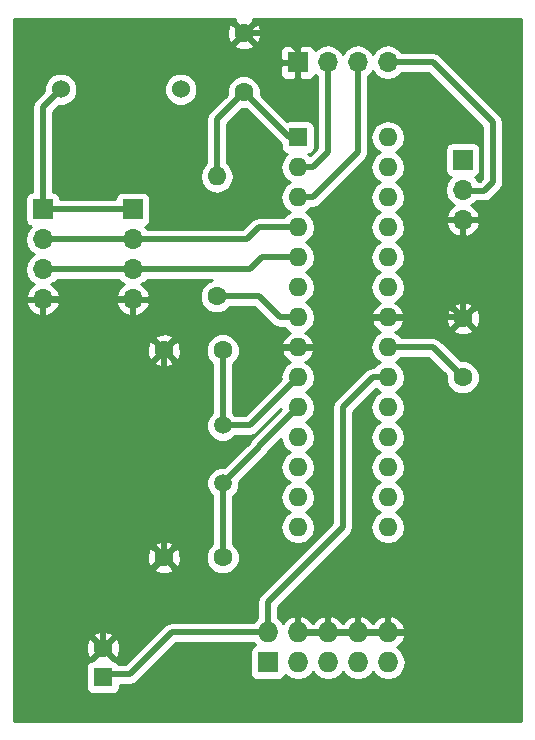
<source format=gbr>
G04 #@! TF.FileFunction,Copper,L2,Bot,Signal*
%FSLAX46Y46*%
G04 Gerber Fmt 4.6, Leading zero omitted, Abs format (unit mm)*
G04 Created by KiCad (PCBNEW 4.0.2-stable) date 15.08.2017 23:18:53*
%MOMM*%
G01*
G04 APERTURE LIST*
%ADD10C,0.100000*%
%ADD11R,1.700000X1.700000*%
%ADD12O,1.700000X1.700000*%
%ADD13R,1.600000X1.600000*%
%ADD14O,1.600000X1.600000*%
%ADD15C,1.600000*%
%ADD16C,1.524000*%
%ADD17C,1.500000*%
%ADD18R,1.727200X1.727200*%
%ADD19O,1.727200X1.727200*%
%ADD20C,0.500000*%
%ADD21C,0.254000*%
G04 APERTURE END LIST*
D10*
D11*
X64770000Y-110236000D03*
D12*
X64770000Y-112776000D03*
X64770000Y-115316000D03*
X64770000Y-117856000D03*
D13*
X78740000Y-104140000D03*
D14*
X86360000Y-137160000D03*
X78740000Y-106680000D03*
X86360000Y-134620000D03*
X78740000Y-109220000D03*
X86360000Y-132080000D03*
X78740000Y-111760000D03*
X86360000Y-129540000D03*
X78740000Y-114300000D03*
X86360000Y-127000000D03*
X78740000Y-116840000D03*
X86360000Y-124460000D03*
X78740000Y-119380000D03*
X86360000Y-121920000D03*
X78740000Y-121920000D03*
X86360000Y-119380000D03*
X78740000Y-124460000D03*
X86360000Y-116840000D03*
X78740000Y-127000000D03*
X86360000Y-114300000D03*
X78740000Y-129540000D03*
X86360000Y-111760000D03*
X78740000Y-132080000D03*
X86360000Y-109220000D03*
X78740000Y-134620000D03*
X86360000Y-106680000D03*
X78740000Y-137160000D03*
X86360000Y-104140000D03*
D15*
X71882000Y-117602000D03*
D14*
X71882000Y-107442000D03*
D16*
X58674000Y-100076000D03*
X68834000Y-100076000D03*
D17*
X72390000Y-128524000D03*
X72390000Y-133424000D03*
D15*
X74168000Y-100330000D03*
X74168000Y-95330000D03*
D18*
X76200000Y-148590000D03*
D19*
X76200000Y-146050000D03*
X78740000Y-148590000D03*
X78740000Y-146050000D03*
X81280000Y-148590000D03*
X81280000Y-146050000D03*
X83820000Y-148590000D03*
X83820000Y-146050000D03*
X86360000Y-148590000D03*
X86360000Y-146050000D03*
D15*
X92710000Y-124460000D03*
X92710000Y-119460000D03*
D13*
X62230000Y-149860000D03*
D15*
X62230000Y-147360000D03*
X72390000Y-122174000D03*
X67390000Y-122174000D03*
X72390000Y-139700000D03*
X67390000Y-139700000D03*
D11*
X78740000Y-97790000D03*
D12*
X81280000Y-97790000D03*
X83820000Y-97790000D03*
X86360000Y-97790000D03*
D11*
X57150000Y-110236000D03*
D12*
X57150000Y-112776000D03*
X57150000Y-115316000D03*
X57150000Y-117856000D03*
D11*
X92710000Y-106045000D03*
D12*
X92710000Y-108585000D03*
X92710000Y-111125000D03*
D20*
X74168000Y-95330000D02*
X77296000Y-95330000D01*
X78740000Y-96774000D02*
X78740000Y-97790000D01*
X77296000Y-95330000D02*
X78740000Y-96774000D01*
X64770000Y-117856000D02*
X64770000Y-119554000D01*
X64770000Y-119554000D02*
X67390000Y-122174000D01*
X57150000Y-117856000D02*
X64770000Y-117856000D01*
X78740000Y-121920000D02*
X76962000Y-121920000D01*
X76962000Y-121920000D02*
X74930000Y-119888000D01*
X74930000Y-119888000D02*
X69676000Y-119888000D01*
X69676000Y-119888000D02*
X67390000Y-122174000D01*
X62230000Y-147360000D02*
X62230000Y-144860000D01*
X62230000Y-144860000D02*
X67390000Y-139700000D01*
X67390000Y-122174000D02*
X67390000Y-139700000D01*
X78740000Y-96520000D02*
X78740000Y-97790000D01*
X92710000Y-119460000D02*
X92710000Y-111125000D01*
X92710000Y-111125000D02*
X94615000Y-111125000D01*
X78740000Y-96520000D02*
X80010000Y-95250000D01*
X80010000Y-95250000D02*
X90170000Y-95250000D01*
X90170000Y-95250000D02*
X96520000Y-101600000D01*
X96520000Y-101600000D02*
X96520000Y-109220000D01*
X78740000Y-97790000D02*
X78740000Y-96520000D01*
X94615000Y-111125000D02*
X96520000Y-109220000D01*
X88900000Y-146050000D02*
X90170000Y-146050000D01*
X86360000Y-146050000D02*
X88900000Y-146050000D01*
X95250000Y-122000000D02*
X92710000Y-119460000D01*
X95250000Y-140970000D02*
X95250000Y-122000000D01*
X90170000Y-146050000D02*
X95250000Y-140970000D01*
X78740000Y-146050000D02*
X81280000Y-146050000D01*
X81280000Y-146050000D02*
X83820000Y-146050000D01*
X83820000Y-146050000D02*
X86360000Y-146050000D01*
X86360000Y-119380000D02*
X92630000Y-119380000D01*
X82520000Y-121920000D02*
X78740000Y-121920000D01*
X86360000Y-119380000D02*
X85060000Y-119380000D01*
X85060000Y-119380000D02*
X82520000Y-121920000D01*
X78740000Y-119380000D02*
X77216000Y-119380000D01*
X75438000Y-117602000D02*
X71882000Y-117602000D01*
X77216000Y-119380000D02*
X75438000Y-117602000D01*
X76200000Y-146050000D02*
X68072000Y-146050000D01*
X64516000Y-149606000D02*
X62484000Y-149606000D01*
X68072000Y-146050000D02*
X64516000Y-149606000D01*
X62484000Y-149606000D02*
X62230000Y-149860000D01*
X86360000Y-124460000D02*
X85090000Y-124460000D01*
X85090000Y-124460000D02*
X82550000Y-127000000D01*
X86360000Y-97790000D02*
X90170000Y-97790000D01*
X94520000Y-108680000D02*
X92710000Y-108680000D01*
X90170000Y-97790000D02*
X95250000Y-102870000D01*
X95250000Y-102870000D02*
X95250000Y-107950000D01*
X95250000Y-107950000D02*
X94520000Y-108680000D01*
X76200000Y-143510000D02*
X76200000Y-146050000D01*
X82550000Y-137160000D02*
X76200000Y-143510000D01*
X82550000Y-127000000D02*
X82550000Y-137160000D01*
X72390000Y-128524000D02*
X74676000Y-128524000D01*
X74676000Y-128524000D02*
X78740000Y-124460000D01*
X72390000Y-128524000D02*
X72390000Y-122174000D01*
X72390000Y-139700000D02*
X72390000Y-133424000D01*
X72390000Y-133424000D02*
X75438000Y-130376000D01*
X75438000Y-130376000D02*
X75438000Y-130302000D01*
X75438000Y-130302000D02*
X78740000Y-127000000D01*
X64770000Y-112776000D02*
X74422000Y-112776000D01*
X75438000Y-111760000D02*
X78740000Y-111760000D01*
X74422000Y-112776000D02*
X75438000Y-111760000D01*
X57150000Y-112776000D02*
X64770000Y-112776000D01*
X57150000Y-115316000D02*
X64770000Y-115316000D01*
X64770000Y-115316000D02*
X74676000Y-115316000D01*
X75692000Y-114300000D02*
X78740000Y-114300000D01*
X74676000Y-115316000D02*
X75692000Y-114300000D01*
X86360000Y-121920000D02*
X90170000Y-121920000D01*
X90170000Y-121920000D02*
X92710000Y-124460000D01*
X78740000Y-106680000D02*
X80010000Y-106680000D01*
X81280000Y-105410000D02*
X81280000Y-97790000D01*
X80010000Y-106680000D02*
X81280000Y-105410000D01*
X78740000Y-109220000D02*
X80010000Y-109220000D01*
X83820000Y-105410000D02*
X83820000Y-97790000D01*
X80010000Y-109220000D02*
X83820000Y-105410000D01*
X78740000Y-104140000D02*
X77978000Y-104140000D01*
X77978000Y-104140000D02*
X74168000Y-100330000D01*
X71882000Y-107442000D02*
X71882000Y-102616000D01*
X71882000Y-102616000D02*
X74168000Y-100330000D01*
X78740000Y-103886000D02*
X78740000Y-104140000D01*
X57150000Y-110236000D02*
X57150000Y-101600000D01*
X57150000Y-101600000D02*
X58674000Y-100076000D01*
X57150000Y-110236000D02*
X64770000Y-110236000D01*
D21*
G36*
X73339861Y-94322255D02*
X74168000Y-95150395D01*
X74996139Y-94322255D01*
X74931302Y-94107000D01*
X97663000Y-94107000D01*
X97663000Y-153543000D01*
X54737000Y-153543000D01*
X54737000Y-149060000D01*
X60782560Y-149060000D01*
X60782560Y-150660000D01*
X60826838Y-150895317D01*
X60965910Y-151111441D01*
X61178110Y-151256431D01*
X61430000Y-151307440D01*
X63030000Y-151307440D01*
X63265317Y-151263162D01*
X63481441Y-151124090D01*
X63626431Y-150911890D01*
X63677440Y-150660000D01*
X63677440Y-150491000D01*
X64515995Y-150491000D01*
X64516000Y-150491001D01*
X64798484Y-150434810D01*
X64854675Y-150423633D01*
X65141790Y-150231790D01*
X68438579Y-146935000D01*
X74994260Y-146935000D01*
X75110971Y-147109670D01*
X75124642Y-147118805D01*
X75101083Y-147123238D01*
X74884959Y-147262310D01*
X74739969Y-147474510D01*
X74688960Y-147726400D01*
X74688960Y-149453600D01*
X74733238Y-149688917D01*
X74872310Y-149905041D01*
X75084510Y-150050031D01*
X75336400Y-150101040D01*
X77063600Y-150101040D01*
X77298917Y-150056762D01*
X77515041Y-149917690D01*
X77660031Y-149705490D01*
X77668908Y-149661655D01*
X78137152Y-149974526D01*
X78710641Y-150088600D01*
X78769359Y-150088600D01*
X79342848Y-149974526D01*
X79829029Y-149649670D01*
X80010000Y-149378828D01*
X80190971Y-149649670D01*
X80677152Y-149974526D01*
X81250641Y-150088600D01*
X81309359Y-150088600D01*
X81882848Y-149974526D01*
X82369029Y-149649670D01*
X82550000Y-149378828D01*
X82730971Y-149649670D01*
X83217152Y-149974526D01*
X83790641Y-150088600D01*
X83849359Y-150088600D01*
X84422848Y-149974526D01*
X84909029Y-149649670D01*
X85090000Y-149378828D01*
X85270971Y-149649670D01*
X85757152Y-149974526D01*
X86330641Y-150088600D01*
X86389359Y-150088600D01*
X86962848Y-149974526D01*
X87449029Y-149649670D01*
X87773885Y-149163489D01*
X87887959Y-148590000D01*
X87773885Y-148016511D01*
X87449029Y-147530330D01*
X87125772Y-147314336D01*
X87248490Y-147256821D01*
X87642688Y-146824947D01*
X87814958Y-146409026D01*
X87693817Y-146177000D01*
X86487000Y-146177000D01*
X86487000Y-146197000D01*
X86233000Y-146197000D01*
X86233000Y-146177000D01*
X83947000Y-146177000D01*
X83947000Y-146197000D01*
X83693000Y-146197000D01*
X83693000Y-146177000D01*
X81407000Y-146177000D01*
X81407000Y-146197000D01*
X81153000Y-146197000D01*
X81153000Y-146177000D01*
X78867000Y-146177000D01*
X78867000Y-146197000D01*
X78613000Y-146197000D01*
X78613000Y-146177000D01*
X78593000Y-146177000D01*
X78593000Y-145923000D01*
X78613000Y-145923000D01*
X78613000Y-144715531D01*
X78867000Y-144715531D01*
X78867000Y-145923000D01*
X81153000Y-145923000D01*
X81153000Y-144715531D01*
X81407000Y-144715531D01*
X81407000Y-145923000D01*
X83693000Y-145923000D01*
X83693000Y-144715531D01*
X83947000Y-144715531D01*
X83947000Y-145923000D01*
X86233000Y-145923000D01*
X86233000Y-144715531D01*
X86487000Y-144715531D01*
X86487000Y-145923000D01*
X87693817Y-145923000D01*
X87814958Y-145690974D01*
X87642688Y-145275053D01*
X87248490Y-144843179D01*
X86719027Y-144595032D01*
X86487000Y-144715531D01*
X86233000Y-144715531D01*
X86000973Y-144595032D01*
X85471510Y-144843179D01*
X85090000Y-145261152D01*
X84708490Y-144843179D01*
X84179027Y-144595032D01*
X83947000Y-144715531D01*
X83693000Y-144715531D01*
X83460973Y-144595032D01*
X82931510Y-144843179D01*
X82550000Y-145261152D01*
X82168490Y-144843179D01*
X81639027Y-144595032D01*
X81407000Y-144715531D01*
X81153000Y-144715531D01*
X80920973Y-144595032D01*
X80391510Y-144843179D01*
X80010000Y-145261152D01*
X79628490Y-144843179D01*
X79099027Y-144595032D01*
X78867000Y-144715531D01*
X78613000Y-144715531D01*
X78380973Y-144595032D01*
X77851510Y-144843179D01*
X77469992Y-145261161D01*
X77289029Y-144990330D01*
X77085000Y-144854002D01*
X77085000Y-143876580D01*
X83175787Y-137785792D01*
X83175790Y-137785790D01*
X83367633Y-137498675D01*
X83435001Y-137160000D01*
X83435000Y-137159995D01*
X83435000Y-127366580D01*
X85322999Y-125478580D01*
X85699275Y-125730000D01*
X85317189Y-125985302D01*
X85006120Y-126450849D01*
X84896887Y-127000000D01*
X85006120Y-127549151D01*
X85317189Y-128014698D01*
X85699275Y-128270000D01*
X85317189Y-128525302D01*
X85006120Y-128990849D01*
X84896887Y-129540000D01*
X85006120Y-130089151D01*
X85317189Y-130554698D01*
X85699275Y-130810000D01*
X85317189Y-131065302D01*
X85006120Y-131530849D01*
X84896887Y-132080000D01*
X85006120Y-132629151D01*
X85317189Y-133094698D01*
X85699275Y-133350000D01*
X85317189Y-133605302D01*
X85006120Y-134070849D01*
X84896887Y-134620000D01*
X85006120Y-135169151D01*
X85317189Y-135634698D01*
X85699275Y-135890000D01*
X85317189Y-136145302D01*
X85006120Y-136610849D01*
X84896887Y-137160000D01*
X85006120Y-137709151D01*
X85317189Y-138174698D01*
X85782736Y-138485767D01*
X86331887Y-138595000D01*
X86388113Y-138595000D01*
X86937264Y-138485767D01*
X87402811Y-138174698D01*
X87713880Y-137709151D01*
X87823113Y-137160000D01*
X87713880Y-136610849D01*
X87402811Y-136145302D01*
X87020725Y-135890000D01*
X87402811Y-135634698D01*
X87713880Y-135169151D01*
X87823113Y-134620000D01*
X87713880Y-134070849D01*
X87402811Y-133605302D01*
X87020725Y-133350000D01*
X87402811Y-133094698D01*
X87713880Y-132629151D01*
X87823113Y-132080000D01*
X87713880Y-131530849D01*
X87402811Y-131065302D01*
X87020725Y-130810000D01*
X87402811Y-130554698D01*
X87713880Y-130089151D01*
X87823113Y-129540000D01*
X87713880Y-128990849D01*
X87402811Y-128525302D01*
X87020725Y-128270000D01*
X87402811Y-128014698D01*
X87713880Y-127549151D01*
X87823113Y-127000000D01*
X87713880Y-126450849D01*
X87402811Y-125985302D01*
X87020725Y-125730000D01*
X87402811Y-125474698D01*
X87713880Y-125009151D01*
X87823113Y-124460000D01*
X87713880Y-123910849D01*
X87402811Y-123445302D01*
X87020725Y-123190000D01*
X87402811Y-122934698D01*
X87489473Y-122805000D01*
X89803420Y-122805000D01*
X91275160Y-124276739D01*
X91274752Y-124744187D01*
X91492757Y-125271800D01*
X91896077Y-125675824D01*
X92423309Y-125894750D01*
X92994187Y-125895248D01*
X93521800Y-125677243D01*
X93925824Y-125273923D01*
X94144750Y-124746691D01*
X94145248Y-124175813D01*
X93927243Y-123648200D01*
X93523923Y-123244176D01*
X92996691Y-123025250D01*
X92526419Y-123024840D01*
X90795790Y-121294210D01*
X90628718Y-121182577D01*
X90508675Y-121102367D01*
X90452484Y-121091190D01*
X90170000Y-121034999D01*
X90169995Y-121035000D01*
X87489473Y-121035000D01*
X87402811Y-120905302D01*
X86998297Y-120635014D01*
X87215134Y-120532389D01*
X87273693Y-120467745D01*
X91881861Y-120467745D01*
X91955995Y-120713864D01*
X92493223Y-120906965D01*
X93063454Y-120879778D01*
X93464005Y-120713864D01*
X93538139Y-120467745D01*
X92710000Y-119639605D01*
X91881861Y-120467745D01*
X87273693Y-120467745D01*
X87591041Y-120117423D01*
X87751904Y-119729039D01*
X87629915Y-119507000D01*
X86487000Y-119507000D01*
X86487000Y-119527000D01*
X86233000Y-119527000D01*
X86233000Y-119507000D01*
X85090085Y-119507000D01*
X84968096Y-119729039D01*
X85128959Y-120117423D01*
X85504866Y-120532389D01*
X85721703Y-120635014D01*
X85317189Y-120905302D01*
X85006120Y-121370849D01*
X84896887Y-121920000D01*
X85006120Y-122469151D01*
X85317189Y-122934698D01*
X85699275Y-123190000D01*
X85317189Y-123445302D01*
X85230527Y-123575000D01*
X85090000Y-123575000D01*
X84751325Y-123642367D01*
X84464210Y-123834210D01*
X84464208Y-123834213D01*
X81924210Y-126374210D01*
X81732367Y-126661325D01*
X81732367Y-126661326D01*
X81664999Y-127000000D01*
X81665000Y-127000005D01*
X81665000Y-136793421D01*
X75574210Y-142884210D01*
X75382367Y-143171325D01*
X75382367Y-143171326D01*
X75314999Y-143510000D01*
X75315000Y-143510005D01*
X75315000Y-144854002D01*
X75110971Y-144990330D01*
X74994260Y-145165000D01*
X68072000Y-145165000D01*
X67733325Y-145232367D01*
X67446210Y-145424210D01*
X67446208Y-145424213D01*
X64149420Y-148721000D01*
X63566444Y-148721000D01*
X63494090Y-148608559D01*
X63281890Y-148463569D01*
X63043799Y-148415354D01*
X63058139Y-148367745D01*
X62230000Y-147539605D01*
X61401861Y-148367745D01*
X61416145Y-148415167D01*
X61194683Y-148456838D01*
X60978559Y-148595910D01*
X60833569Y-148808110D01*
X60782560Y-149060000D01*
X54737000Y-149060000D01*
X54737000Y-147143223D01*
X60783035Y-147143223D01*
X60810222Y-147713454D01*
X60976136Y-148114005D01*
X61222255Y-148188139D01*
X62050395Y-147360000D01*
X62409605Y-147360000D01*
X63237745Y-148188139D01*
X63483864Y-148114005D01*
X63676965Y-147576777D01*
X63649778Y-147006546D01*
X63483864Y-146605995D01*
X63237745Y-146531861D01*
X62409605Y-147360000D01*
X62050395Y-147360000D01*
X61222255Y-146531861D01*
X60976136Y-146605995D01*
X60783035Y-147143223D01*
X54737000Y-147143223D01*
X54737000Y-146352255D01*
X61401861Y-146352255D01*
X62230000Y-147180395D01*
X63058139Y-146352255D01*
X62984005Y-146106136D01*
X62446777Y-145913035D01*
X61876546Y-145940222D01*
X61475995Y-146106136D01*
X61401861Y-146352255D01*
X54737000Y-146352255D01*
X54737000Y-140707745D01*
X66561861Y-140707745D01*
X66635995Y-140953864D01*
X67173223Y-141146965D01*
X67743454Y-141119778D01*
X68144005Y-140953864D01*
X68218139Y-140707745D01*
X67390000Y-139879605D01*
X66561861Y-140707745D01*
X54737000Y-140707745D01*
X54737000Y-139483223D01*
X65943035Y-139483223D01*
X65970222Y-140053454D01*
X66136136Y-140454005D01*
X66382255Y-140528139D01*
X67210395Y-139700000D01*
X67569605Y-139700000D01*
X68397745Y-140528139D01*
X68643864Y-140454005D01*
X68836965Y-139916777D01*
X68809778Y-139346546D01*
X68643864Y-138945995D01*
X68397745Y-138871861D01*
X67569605Y-139700000D01*
X67210395Y-139700000D01*
X66382255Y-138871861D01*
X66136136Y-138945995D01*
X65943035Y-139483223D01*
X54737000Y-139483223D01*
X54737000Y-138692255D01*
X66561861Y-138692255D01*
X67390000Y-139520395D01*
X68218139Y-138692255D01*
X68144005Y-138446136D01*
X67606777Y-138253035D01*
X67036546Y-138280222D01*
X66635995Y-138446136D01*
X66561861Y-138692255D01*
X54737000Y-138692255D01*
X54737000Y-123181745D01*
X66561861Y-123181745D01*
X66635995Y-123427864D01*
X67173223Y-123620965D01*
X67743454Y-123593778D01*
X68144005Y-123427864D01*
X68218139Y-123181745D01*
X67390000Y-122353605D01*
X66561861Y-123181745D01*
X54737000Y-123181745D01*
X54737000Y-121957223D01*
X65943035Y-121957223D01*
X65970222Y-122527454D01*
X66136136Y-122928005D01*
X66382255Y-123002139D01*
X67210395Y-122174000D01*
X67569605Y-122174000D01*
X68397745Y-123002139D01*
X68643864Y-122928005D01*
X68812735Y-122458187D01*
X70954752Y-122458187D01*
X71172757Y-122985800D01*
X71505000Y-123318623D01*
X71505000Y-127450477D01*
X71216539Y-127738436D01*
X71005241Y-128247298D01*
X71004760Y-128798285D01*
X71215169Y-129307515D01*
X71604436Y-129697461D01*
X72113298Y-129908759D01*
X72664285Y-129909240D01*
X73173515Y-129698831D01*
X73463852Y-129409000D01*
X74675995Y-129409000D01*
X74676000Y-129409001D01*
X74958484Y-129352810D01*
X75014675Y-129341633D01*
X75301790Y-129149790D01*
X77305870Y-127145709D01*
X77311983Y-127176438D01*
X74812210Y-129676210D01*
X74663199Y-129899222D01*
X72523304Y-132039116D01*
X72115715Y-132038760D01*
X71606485Y-132249169D01*
X71216539Y-132638436D01*
X71005241Y-133147298D01*
X71004760Y-133698285D01*
X71215169Y-134207515D01*
X71505000Y-134497852D01*
X71505000Y-138555829D01*
X71174176Y-138886077D01*
X70955250Y-139413309D01*
X70954752Y-139984187D01*
X71172757Y-140511800D01*
X71576077Y-140915824D01*
X72103309Y-141134750D01*
X72674187Y-141135248D01*
X73201800Y-140917243D01*
X73605824Y-140513923D01*
X73824750Y-139986691D01*
X73825248Y-139415813D01*
X73607243Y-138888200D01*
X73275000Y-138555377D01*
X73275000Y-134497523D01*
X73563461Y-134209564D01*
X73774759Y-133700702D01*
X73775117Y-133290463D01*
X76063787Y-131001792D01*
X76063790Y-131001790D01*
X76212799Y-130778781D01*
X77305870Y-129685709D01*
X77386120Y-130089151D01*
X77697189Y-130554698D01*
X78079275Y-130810000D01*
X77697189Y-131065302D01*
X77386120Y-131530849D01*
X77276887Y-132080000D01*
X77386120Y-132629151D01*
X77697189Y-133094698D01*
X78079275Y-133350000D01*
X77697189Y-133605302D01*
X77386120Y-134070849D01*
X77276887Y-134620000D01*
X77386120Y-135169151D01*
X77697189Y-135634698D01*
X78079275Y-135890000D01*
X77697189Y-136145302D01*
X77386120Y-136610849D01*
X77276887Y-137160000D01*
X77386120Y-137709151D01*
X77697189Y-138174698D01*
X78162736Y-138485767D01*
X78711887Y-138595000D01*
X78768113Y-138595000D01*
X79317264Y-138485767D01*
X79782811Y-138174698D01*
X80093880Y-137709151D01*
X80203113Y-137160000D01*
X80093880Y-136610849D01*
X79782811Y-136145302D01*
X79400725Y-135890000D01*
X79782811Y-135634698D01*
X80093880Y-135169151D01*
X80203113Y-134620000D01*
X80093880Y-134070849D01*
X79782811Y-133605302D01*
X79400725Y-133350000D01*
X79782811Y-133094698D01*
X80093880Y-132629151D01*
X80203113Y-132080000D01*
X80093880Y-131530849D01*
X79782811Y-131065302D01*
X79400725Y-130810000D01*
X79782811Y-130554698D01*
X80093880Y-130089151D01*
X80203113Y-129540000D01*
X80093880Y-128990849D01*
X79782811Y-128525302D01*
X79400725Y-128270000D01*
X79782811Y-128014698D01*
X80093880Y-127549151D01*
X80203113Y-127000000D01*
X80093880Y-126450849D01*
X79782811Y-125985302D01*
X79400725Y-125730000D01*
X79782811Y-125474698D01*
X80093880Y-125009151D01*
X80203113Y-124460000D01*
X80093880Y-123910849D01*
X79782811Y-123445302D01*
X79378297Y-123175014D01*
X79595134Y-123072389D01*
X79971041Y-122657423D01*
X80131904Y-122269039D01*
X80009915Y-122047000D01*
X78867000Y-122047000D01*
X78867000Y-122067000D01*
X78613000Y-122067000D01*
X78613000Y-122047000D01*
X77470085Y-122047000D01*
X77348096Y-122269039D01*
X77508959Y-122657423D01*
X77884866Y-123072389D01*
X78101703Y-123175014D01*
X77697189Y-123445302D01*
X77386120Y-123910849D01*
X77276887Y-124460000D01*
X77311983Y-124636438D01*
X74309420Y-127639000D01*
X73463523Y-127639000D01*
X73275000Y-127450148D01*
X73275000Y-123318171D01*
X73605824Y-122987923D01*
X73824750Y-122460691D01*
X73825248Y-121889813D01*
X73607243Y-121362200D01*
X73203923Y-120958176D01*
X72676691Y-120739250D01*
X72105813Y-120738752D01*
X71578200Y-120956757D01*
X71174176Y-121360077D01*
X70955250Y-121887309D01*
X70954752Y-122458187D01*
X68812735Y-122458187D01*
X68836965Y-122390777D01*
X68809778Y-121820546D01*
X68643864Y-121419995D01*
X68397745Y-121345861D01*
X67569605Y-122174000D01*
X67210395Y-122174000D01*
X66382255Y-121345861D01*
X66136136Y-121419995D01*
X65943035Y-121957223D01*
X54737000Y-121957223D01*
X54737000Y-121166255D01*
X66561861Y-121166255D01*
X67390000Y-121994395D01*
X68218139Y-121166255D01*
X68144005Y-120920136D01*
X67606777Y-120727035D01*
X67036546Y-120754222D01*
X66635995Y-120920136D01*
X66561861Y-121166255D01*
X54737000Y-121166255D01*
X54737000Y-118212890D01*
X55708524Y-118212890D01*
X55878355Y-118622924D01*
X56268642Y-119051183D01*
X56793108Y-119297486D01*
X57023000Y-119176819D01*
X57023000Y-117983000D01*
X57277000Y-117983000D01*
X57277000Y-119176819D01*
X57506892Y-119297486D01*
X58031358Y-119051183D01*
X58421645Y-118622924D01*
X58591476Y-118212890D01*
X63328524Y-118212890D01*
X63498355Y-118622924D01*
X63888642Y-119051183D01*
X64413108Y-119297486D01*
X64643000Y-119176819D01*
X64643000Y-117983000D01*
X64897000Y-117983000D01*
X64897000Y-119176819D01*
X65126892Y-119297486D01*
X65651358Y-119051183D01*
X66041645Y-118622924D01*
X66211476Y-118212890D01*
X66090155Y-117983000D01*
X64897000Y-117983000D01*
X64643000Y-117983000D01*
X63449845Y-117983000D01*
X63328524Y-118212890D01*
X58591476Y-118212890D01*
X58470155Y-117983000D01*
X57277000Y-117983000D01*
X57023000Y-117983000D01*
X55829845Y-117983000D01*
X55708524Y-118212890D01*
X54737000Y-118212890D01*
X54737000Y-112776000D01*
X55635907Y-112776000D01*
X55748946Y-113344285D01*
X56070853Y-113826054D01*
X56400026Y-114046000D01*
X56070853Y-114265946D01*
X55748946Y-114747715D01*
X55635907Y-115316000D01*
X55748946Y-115884285D01*
X56070853Y-116366054D01*
X56411553Y-116593702D01*
X56268642Y-116660817D01*
X55878355Y-117089076D01*
X55708524Y-117499110D01*
X55829845Y-117729000D01*
X57023000Y-117729000D01*
X57023000Y-117709000D01*
X57277000Y-117709000D01*
X57277000Y-117729000D01*
X58470155Y-117729000D01*
X58591476Y-117499110D01*
X58421645Y-117089076D01*
X58031358Y-116660817D01*
X57888447Y-116593702D01*
X58229147Y-116366054D01*
X58339432Y-116201000D01*
X63580568Y-116201000D01*
X63690853Y-116366054D01*
X64031553Y-116593702D01*
X63888642Y-116660817D01*
X63498355Y-117089076D01*
X63328524Y-117499110D01*
X63449845Y-117729000D01*
X64643000Y-117729000D01*
X64643000Y-117709000D01*
X64897000Y-117709000D01*
X64897000Y-117729000D01*
X66090155Y-117729000D01*
X66211476Y-117499110D01*
X66041645Y-117089076D01*
X65651358Y-116660817D01*
X65508447Y-116593702D01*
X65849147Y-116366054D01*
X65959432Y-116201000D01*
X71514926Y-116201000D01*
X71070200Y-116384757D01*
X70666176Y-116788077D01*
X70447250Y-117315309D01*
X70446752Y-117886187D01*
X70664757Y-118413800D01*
X71068077Y-118817824D01*
X71595309Y-119036750D01*
X72166187Y-119037248D01*
X72693800Y-118819243D01*
X73026623Y-118487000D01*
X75071420Y-118487000D01*
X76590208Y-120005787D01*
X76590210Y-120005790D01*
X76877325Y-120197633D01*
X76933516Y-120208810D01*
X77216000Y-120265001D01*
X77216005Y-120265000D01*
X77610527Y-120265000D01*
X77697189Y-120394698D01*
X78101703Y-120664986D01*
X77884866Y-120767611D01*
X77508959Y-121182577D01*
X77348096Y-121570961D01*
X77470085Y-121793000D01*
X78613000Y-121793000D01*
X78613000Y-121773000D01*
X78867000Y-121773000D01*
X78867000Y-121793000D01*
X80009915Y-121793000D01*
X80131904Y-121570961D01*
X79971041Y-121182577D01*
X79595134Y-120767611D01*
X79378297Y-120664986D01*
X79782811Y-120394698D01*
X80093880Y-119929151D01*
X80203113Y-119380000D01*
X80093880Y-118830849D01*
X79782811Y-118365302D01*
X79400725Y-118110000D01*
X79782811Y-117854698D01*
X80093880Y-117389151D01*
X80203113Y-116840000D01*
X80093880Y-116290849D01*
X79782811Y-115825302D01*
X79400725Y-115570000D01*
X79782811Y-115314698D01*
X80093880Y-114849151D01*
X80203113Y-114300000D01*
X80093880Y-113750849D01*
X79782811Y-113285302D01*
X79400725Y-113030000D01*
X79782811Y-112774698D01*
X80093880Y-112309151D01*
X80203113Y-111760000D01*
X80093880Y-111210849D01*
X79782811Y-110745302D01*
X79400725Y-110490000D01*
X79782811Y-110234698D01*
X79869473Y-110105000D01*
X80009995Y-110105000D01*
X80010000Y-110105001D01*
X80292484Y-110048810D01*
X80348675Y-110037633D01*
X80635790Y-109845790D01*
X84445787Y-106035792D01*
X84445790Y-106035790D01*
X84637633Y-105748675D01*
X84669705Y-105587440D01*
X84705001Y-105410000D01*
X84705000Y-105409995D01*
X84705000Y-104140000D01*
X84896887Y-104140000D01*
X85006120Y-104689151D01*
X85317189Y-105154698D01*
X85699275Y-105410000D01*
X85317189Y-105665302D01*
X85006120Y-106130849D01*
X84896887Y-106680000D01*
X85006120Y-107229151D01*
X85317189Y-107694698D01*
X85699275Y-107950000D01*
X85317189Y-108205302D01*
X85006120Y-108670849D01*
X84896887Y-109220000D01*
X85006120Y-109769151D01*
X85317189Y-110234698D01*
X85699275Y-110490000D01*
X85317189Y-110745302D01*
X85006120Y-111210849D01*
X84896887Y-111760000D01*
X85006120Y-112309151D01*
X85317189Y-112774698D01*
X85699275Y-113030000D01*
X85317189Y-113285302D01*
X85006120Y-113750849D01*
X84896887Y-114300000D01*
X85006120Y-114849151D01*
X85317189Y-115314698D01*
X85699275Y-115570000D01*
X85317189Y-115825302D01*
X85006120Y-116290849D01*
X84896887Y-116840000D01*
X85006120Y-117389151D01*
X85317189Y-117854698D01*
X85721703Y-118124986D01*
X85504866Y-118227611D01*
X85128959Y-118642577D01*
X84968096Y-119030961D01*
X85090085Y-119253000D01*
X86233000Y-119253000D01*
X86233000Y-119233000D01*
X86487000Y-119233000D01*
X86487000Y-119253000D01*
X87629915Y-119253000D01*
X87635286Y-119243223D01*
X91263035Y-119243223D01*
X91290222Y-119813454D01*
X91456136Y-120214005D01*
X91702255Y-120288139D01*
X92530395Y-119460000D01*
X92889605Y-119460000D01*
X93717745Y-120288139D01*
X93963864Y-120214005D01*
X94156965Y-119676777D01*
X94129778Y-119106546D01*
X93963864Y-118705995D01*
X93717745Y-118631861D01*
X92889605Y-119460000D01*
X92530395Y-119460000D01*
X91702255Y-118631861D01*
X91456136Y-118705995D01*
X91263035Y-119243223D01*
X87635286Y-119243223D01*
X87751904Y-119030961D01*
X87591041Y-118642577D01*
X87418634Y-118452255D01*
X91881861Y-118452255D01*
X92710000Y-119280395D01*
X93538139Y-118452255D01*
X93464005Y-118206136D01*
X92926777Y-118013035D01*
X92356546Y-118040222D01*
X91955995Y-118206136D01*
X91881861Y-118452255D01*
X87418634Y-118452255D01*
X87215134Y-118227611D01*
X86998297Y-118124986D01*
X87402811Y-117854698D01*
X87713880Y-117389151D01*
X87823113Y-116840000D01*
X87713880Y-116290849D01*
X87402811Y-115825302D01*
X87020725Y-115570000D01*
X87402811Y-115314698D01*
X87713880Y-114849151D01*
X87823113Y-114300000D01*
X87713880Y-113750849D01*
X87402811Y-113285302D01*
X87020725Y-113030000D01*
X87402811Y-112774698D01*
X87713880Y-112309151D01*
X87823113Y-111760000D01*
X87767794Y-111481890D01*
X91268524Y-111481890D01*
X91438355Y-111891924D01*
X91828642Y-112320183D01*
X92353108Y-112566486D01*
X92583000Y-112445819D01*
X92583000Y-111252000D01*
X92837000Y-111252000D01*
X92837000Y-112445819D01*
X93066892Y-112566486D01*
X93591358Y-112320183D01*
X93981645Y-111891924D01*
X94151476Y-111481890D01*
X94030155Y-111252000D01*
X92837000Y-111252000D01*
X92583000Y-111252000D01*
X91389845Y-111252000D01*
X91268524Y-111481890D01*
X87767794Y-111481890D01*
X87713880Y-111210849D01*
X87402811Y-110745302D01*
X87020725Y-110490000D01*
X87402811Y-110234698D01*
X87713880Y-109769151D01*
X87823113Y-109220000D01*
X87713880Y-108670849D01*
X87402811Y-108205302D01*
X87020725Y-107950000D01*
X87402811Y-107694698D01*
X87713880Y-107229151D01*
X87823113Y-106680000D01*
X87713880Y-106130849D01*
X87402811Y-105665302D01*
X87020725Y-105410000D01*
X87402811Y-105154698D01*
X87713880Y-104689151D01*
X87823113Y-104140000D01*
X87713880Y-103590849D01*
X87402811Y-103125302D01*
X86937264Y-102814233D01*
X86388113Y-102705000D01*
X86331887Y-102705000D01*
X85782736Y-102814233D01*
X85317189Y-103125302D01*
X85006120Y-103590849D01*
X84896887Y-104140000D01*
X84705000Y-104140000D01*
X84705000Y-98979432D01*
X84870054Y-98869147D01*
X85090000Y-98539974D01*
X85309946Y-98869147D01*
X85791715Y-99191054D01*
X86360000Y-99304093D01*
X86928285Y-99191054D01*
X87410054Y-98869147D01*
X87539779Y-98675000D01*
X89803420Y-98675000D01*
X94365000Y-103236579D01*
X94365000Y-107583421D01*
X94153420Y-107795000D01*
X93962909Y-107795000D01*
X93789147Y-107534946D01*
X93747548Y-107507150D01*
X93795317Y-107498162D01*
X94011441Y-107359090D01*
X94156431Y-107146890D01*
X94207440Y-106895000D01*
X94207440Y-105195000D01*
X94163162Y-104959683D01*
X94024090Y-104743559D01*
X93811890Y-104598569D01*
X93560000Y-104547560D01*
X91860000Y-104547560D01*
X91624683Y-104591838D01*
X91408559Y-104730910D01*
X91263569Y-104943110D01*
X91212560Y-105195000D01*
X91212560Y-106895000D01*
X91256838Y-107130317D01*
X91395910Y-107346441D01*
X91608110Y-107491431D01*
X91675541Y-107505086D01*
X91630853Y-107534946D01*
X91308946Y-108016715D01*
X91195907Y-108585000D01*
X91308946Y-109153285D01*
X91630853Y-109635054D01*
X91971553Y-109862702D01*
X91828642Y-109929817D01*
X91438355Y-110358076D01*
X91268524Y-110768110D01*
X91389845Y-110998000D01*
X92583000Y-110998000D01*
X92583000Y-110978000D01*
X92837000Y-110978000D01*
X92837000Y-110998000D01*
X94030155Y-110998000D01*
X94151476Y-110768110D01*
X93981645Y-110358076D01*
X93591358Y-109929817D01*
X93448447Y-109862702D01*
X93789147Y-109635054D01*
X93835955Y-109565000D01*
X94519995Y-109565000D01*
X94520000Y-109565001D01*
X94802484Y-109508810D01*
X94858675Y-109497633D01*
X95145790Y-109305790D01*
X95875787Y-108575792D01*
X95875790Y-108575790D01*
X96067633Y-108288675D01*
X96084217Y-108205302D01*
X96135001Y-107950000D01*
X96135000Y-107949995D01*
X96135000Y-102870005D01*
X96135001Y-102870000D01*
X96067633Y-102531326D01*
X96067633Y-102531325D01*
X95875790Y-102244210D01*
X95875787Y-102244208D01*
X90795790Y-97164210D01*
X90508675Y-96972367D01*
X90452484Y-96961190D01*
X90170000Y-96904999D01*
X90169995Y-96905000D01*
X87539779Y-96905000D01*
X87410054Y-96710853D01*
X86928285Y-96388946D01*
X86360000Y-96275907D01*
X85791715Y-96388946D01*
X85309946Y-96710853D01*
X85090000Y-97040026D01*
X84870054Y-96710853D01*
X84388285Y-96388946D01*
X83820000Y-96275907D01*
X83251715Y-96388946D01*
X82769946Y-96710853D01*
X82550000Y-97040026D01*
X82330054Y-96710853D01*
X81848285Y-96388946D01*
X81280000Y-96275907D01*
X80711715Y-96388946D01*
X80229946Y-96710853D01*
X80200597Y-96754777D01*
X80128327Y-96580302D01*
X79949699Y-96401673D01*
X79716310Y-96305000D01*
X79025750Y-96305000D01*
X78867000Y-96463750D01*
X78867000Y-97663000D01*
X78887000Y-97663000D01*
X78887000Y-97917000D01*
X78867000Y-97917000D01*
X78867000Y-99116250D01*
X79025750Y-99275000D01*
X79716310Y-99275000D01*
X79949699Y-99178327D01*
X80128327Y-98999698D01*
X80200597Y-98825223D01*
X80229946Y-98869147D01*
X80395000Y-98979432D01*
X80395000Y-105043421D01*
X79777001Y-105661420D01*
X79638535Y-105568899D01*
X79775317Y-105543162D01*
X79991441Y-105404090D01*
X80136431Y-105191890D01*
X80187440Y-104940000D01*
X80187440Y-103340000D01*
X80143162Y-103104683D01*
X80004090Y-102888559D01*
X79791890Y-102743569D01*
X79540000Y-102692560D01*
X77940000Y-102692560D01*
X77807139Y-102717560D01*
X75602840Y-100513260D01*
X75603248Y-100045813D01*
X75385243Y-99518200D01*
X74981923Y-99114176D01*
X74454691Y-98895250D01*
X73883813Y-98894752D01*
X73356200Y-99112757D01*
X72952176Y-99516077D01*
X72733250Y-100043309D01*
X72732840Y-100513581D01*
X71256210Y-101990210D01*
X71064367Y-102277325D01*
X71064367Y-102277326D01*
X70996999Y-102616000D01*
X70997000Y-102616005D01*
X70997000Y-106312527D01*
X70867302Y-106399189D01*
X70556233Y-106864736D01*
X70447000Y-107413887D01*
X70447000Y-107470113D01*
X70556233Y-108019264D01*
X70867302Y-108484811D01*
X71332849Y-108795880D01*
X71882000Y-108905113D01*
X72431151Y-108795880D01*
X72896698Y-108484811D01*
X73207767Y-108019264D01*
X73317000Y-107470113D01*
X73317000Y-107413887D01*
X73207767Y-106864736D01*
X72896698Y-106399189D01*
X72767000Y-106312527D01*
X72767000Y-102982580D01*
X73984739Y-101764840D01*
X74351580Y-101765160D01*
X77292560Y-104706139D01*
X77292560Y-104940000D01*
X77336838Y-105175317D01*
X77475910Y-105391441D01*
X77688110Y-105536431D01*
X77843089Y-105567815D01*
X77697189Y-105665302D01*
X77386120Y-106130849D01*
X77276887Y-106680000D01*
X77386120Y-107229151D01*
X77697189Y-107694698D01*
X78079275Y-107950000D01*
X77697189Y-108205302D01*
X77386120Y-108670849D01*
X77276887Y-109220000D01*
X77386120Y-109769151D01*
X77697189Y-110234698D01*
X78079275Y-110490000D01*
X77697189Y-110745302D01*
X77610527Y-110875000D01*
X75438005Y-110875000D01*
X75438000Y-110874999D01*
X75155516Y-110931190D01*
X75099325Y-110942367D01*
X74812210Y-111134210D01*
X74812208Y-111134213D01*
X74055420Y-111891000D01*
X65959432Y-111891000D01*
X65849147Y-111725946D01*
X65807548Y-111698150D01*
X65855317Y-111689162D01*
X66071441Y-111550090D01*
X66216431Y-111337890D01*
X66267440Y-111086000D01*
X66267440Y-109386000D01*
X66223162Y-109150683D01*
X66084090Y-108934559D01*
X65871890Y-108789569D01*
X65620000Y-108738560D01*
X63920000Y-108738560D01*
X63684683Y-108782838D01*
X63468559Y-108921910D01*
X63323569Y-109134110D01*
X63279648Y-109351000D01*
X58640854Y-109351000D01*
X58603162Y-109150683D01*
X58464090Y-108934559D01*
X58251890Y-108789569D01*
X58035000Y-108745648D01*
X58035000Y-101966580D01*
X58528706Y-101472874D01*
X58950661Y-101473242D01*
X59464303Y-101261010D01*
X59857629Y-100868370D01*
X60070757Y-100355100D01*
X60070759Y-100352661D01*
X67436758Y-100352661D01*
X67648990Y-100866303D01*
X68041630Y-101259629D01*
X68554900Y-101472757D01*
X69110661Y-101473242D01*
X69624303Y-101261010D01*
X70017629Y-100868370D01*
X70230757Y-100355100D01*
X70231242Y-99799339D01*
X70019010Y-99285697D01*
X69626370Y-98892371D01*
X69113100Y-98679243D01*
X68557339Y-98678758D01*
X68043697Y-98890990D01*
X67650371Y-99283630D01*
X67437243Y-99796900D01*
X67436758Y-100352661D01*
X60070759Y-100352661D01*
X60071242Y-99799339D01*
X59859010Y-99285697D01*
X59466370Y-98892371D01*
X58953100Y-98679243D01*
X58397339Y-98678758D01*
X57883697Y-98890990D01*
X57490371Y-99283630D01*
X57277243Y-99796900D01*
X57276872Y-100221548D01*
X56524210Y-100974210D01*
X56332367Y-101261325D01*
X56332367Y-101261326D01*
X56264999Y-101600000D01*
X56265000Y-101600005D01*
X56265000Y-108745146D01*
X56064683Y-108782838D01*
X55848559Y-108921910D01*
X55703569Y-109134110D01*
X55652560Y-109386000D01*
X55652560Y-111086000D01*
X55696838Y-111321317D01*
X55835910Y-111537441D01*
X56048110Y-111682431D01*
X56115541Y-111696086D01*
X56070853Y-111725946D01*
X55748946Y-112207715D01*
X55635907Y-112776000D01*
X54737000Y-112776000D01*
X54737000Y-98075750D01*
X77255000Y-98075750D01*
X77255000Y-98766309D01*
X77351673Y-98999698D01*
X77530301Y-99178327D01*
X77763690Y-99275000D01*
X78454250Y-99275000D01*
X78613000Y-99116250D01*
X78613000Y-97917000D01*
X77413750Y-97917000D01*
X77255000Y-98075750D01*
X54737000Y-98075750D01*
X54737000Y-96813691D01*
X77255000Y-96813691D01*
X77255000Y-97504250D01*
X77413750Y-97663000D01*
X78613000Y-97663000D01*
X78613000Y-96463750D01*
X78454250Y-96305000D01*
X77763690Y-96305000D01*
X77530301Y-96401673D01*
X77351673Y-96580302D01*
X77255000Y-96813691D01*
X54737000Y-96813691D01*
X54737000Y-96337745D01*
X73339861Y-96337745D01*
X73413995Y-96583864D01*
X73951223Y-96776965D01*
X74521454Y-96749778D01*
X74922005Y-96583864D01*
X74996139Y-96337745D01*
X74168000Y-95509605D01*
X73339861Y-96337745D01*
X54737000Y-96337745D01*
X54737000Y-95113223D01*
X72721035Y-95113223D01*
X72748222Y-95683454D01*
X72914136Y-96084005D01*
X73160255Y-96158139D01*
X73988395Y-95330000D01*
X74347605Y-95330000D01*
X75175745Y-96158139D01*
X75421864Y-96084005D01*
X75614965Y-95546777D01*
X75587778Y-94976546D01*
X75421864Y-94575995D01*
X75175745Y-94501861D01*
X74347605Y-95330000D01*
X73988395Y-95330000D01*
X73160255Y-94501861D01*
X72914136Y-94575995D01*
X72721035Y-95113223D01*
X54737000Y-95113223D01*
X54737000Y-94107000D01*
X73404698Y-94107000D01*
X73339861Y-94322255D01*
X73339861Y-94322255D01*
G37*
X73339861Y-94322255D02*
X74168000Y-95150395D01*
X74996139Y-94322255D01*
X74931302Y-94107000D01*
X97663000Y-94107000D01*
X97663000Y-153543000D01*
X54737000Y-153543000D01*
X54737000Y-149060000D01*
X60782560Y-149060000D01*
X60782560Y-150660000D01*
X60826838Y-150895317D01*
X60965910Y-151111441D01*
X61178110Y-151256431D01*
X61430000Y-151307440D01*
X63030000Y-151307440D01*
X63265317Y-151263162D01*
X63481441Y-151124090D01*
X63626431Y-150911890D01*
X63677440Y-150660000D01*
X63677440Y-150491000D01*
X64515995Y-150491000D01*
X64516000Y-150491001D01*
X64798484Y-150434810D01*
X64854675Y-150423633D01*
X65141790Y-150231790D01*
X68438579Y-146935000D01*
X74994260Y-146935000D01*
X75110971Y-147109670D01*
X75124642Y-147118805D01*
X75101083Y-147123238D01*
X74884959Y-147262310D01*
X74739969Y-147474510D01*
X74688960Y-147726400D01*
X74688960Y-149453600D01*
X74733238Y-149688917D01*
X74872310Y-149905041D01*
X75084510Y-150050031D01*
X75336400Y-150101040D01*
X77063600Y-150101040D01*
X77298917Y-150056762D01*
X77515041Y-149917690D01*
X77660031Y-149705490D01*
X77668908Y-149661655D01*
X78137152Y-149974526D01*
X78710641Y-150088600D01*
X78769359Y-150088600D01*
X79342848Y-149974526D01*
X79829029Y-149649670D01*
X80010000Y-149378828D01*
X80190971Y-149649670D01*
X80677152Y-149974526D01*
X81250641Y-150088600D01*
X81309359Y-150088600D01*
X81882848Y-149974526D01*
X82369029Y-149649670D01*
X82550000Y-149378828D01*
X82730971Y-149649670D01*
X83217152Y-149974526D01*
X83790641Y-150088600D01*
X83849359Y-150088600D01*
X84422848Y-149974526D01*
X84909029Y-149649670D01*
X85090000Y-149378828D01*
X85270971Y-149649670D01*
X85757152Y-149974526D01*
X86330641Y-150088600D01*
X86389359Y-150088600D01*
X86962848Y-149974526D01*
X87449029Y-149649670D01*
X87773885Y-149163489D01*
X87887959Y-148590000D01*
X87773885Y-148016511D01*
X87449029Y-147530330D01*
X87125772Y-147314336D01*
X87248490Y-147256821D01*
X87642688Y-146824947D01*
X87814958Y-146409026D01*
X87693817Y-146177000D01*
X86487000Y-146177000D01*
X86487000Y-146197000D01*
X86233000Y-146197000D01*
X86233000Y-146177000D01*
X83947000Y-146177000D01*
X83947000Y-146197000D01*
X83693000Y-146197000D01*
X83693000Y-146177000D01*
X81407000Y-146177000D01*
X81407000Y-146197000D01*
X81153000Y-146197000D01*
X81153000Y-146177000D01*
X78867000Y-146177000D01*
X78867000Y-146197000D01*
X78613000Y-146197000D01*
X78613000Y-146177000D01*
X78593000Y-146177000D01*
X78593000Y-145923000D01*
X78613000Y-145923000D01*
X78613000Y-144715531D01*
X78867000Y-144715531D01*
X78867000Y-145923000D01*
X81153000Y-145923000D01*
X81153000Y-144715531D01*
X81407000Y-144715531D01*
X81407000Y-145923000D01*
X83693000Y-145923000D01*
X83693000Y-144715531D01*
X83947000Y-144715531D01*
X83947000Y-145923000D01*
X86233000Y-145923000D01*
X86233000Y-144715531D01*
X86487000Y-144715531D01*
X86487000Y-145923000D01*
X87693817Y-145923000D01*
X87814958Y-145690974D01*
X87642688Y-145275053D01*
X87248490Y-144843179D01*
X86719027Y-144595032D01*
X86487000Y-144715531D01*
X86233000Y-144715531D01*
X86000973Y-144595032D01*
X85471510Y-144843179D01*
X85090000Y-145261152D01*
X84708490Y-144843179D01*
X84179027Y-144595032D01*
X83947000Y-144715531D01*
X83693000Y-144715531D01*
X83460973Y-144595032D01*
X82931510Y-144843179D01*
X82550000Y-145261152D01*
X82168490Y-144843179D01*
X81639027Y-144595032D01*
X81407000Y-144715531D01*
X81153000Y-144715531D01*
X80920973Y-144595032D01*
X80391510Y-144843179D01*
X80010000Y-145261152D01*
X79628490Y-144843179D01*
X79099027Y-144595032D01*
X78867000Y-144715531D01*
X78613000Y-144715531D01*
X78380973Y-144595032D01*
X77851510Y-144843179D01*
X77469992Y-145261161D01*
X77289029Y-144990330D01*
X77085000Y-144854002D01*
X77085000Y-143876580D01*
X83175787Y-137785792D01*
X83175790Y-137785790D01*
X83367633Y-137498675D01*
X83435001Y-137160000D01*
X83435000Y-137159995D01*
X83435000Y-127366580D01*
X85322999Y-125478580D01*
X85699275Y-125730000D01*
X85317189Y-125985302D01*
X85006120Y-126450849D01*
X84896887Y-127000000D01*
X85006120Y-127549151D01*
X85317189Y-128014698D01*
X85699275Y-128270000D01*
X85317189Y-128525302D01*
X85006120Y-128990849D01*
X84896887Y-129540000D01*
X85006120Y-130089151D01*
X85317189Y-130554698D01*
X85699275Y-130810000D01*
X85317189Y-131065302D01*
X85006120Y-131530849D01*
X84896887Y-132080000D01*
X85006120Y-132629151D01*
X85317189Y-133094698D01*
X85699275Y-133350000D01*
X85317189Y-133605302D01*
X85006120Y-134070849D01*
X84896887Y-134620000D01*
X85006120Y-135169151D01*
X85317189Y-135634698D01*
X85699275Y-135890000D01*
X85317189Y-136145302D01*
X85006120Y-136610849D01*
X84896887Y-137160000D01*
X85006120Y-137709151D01*
X85317189Y-138174698D01*
X85782736Y-138485767D01*
X86331887Y-138595000D01*
X86388113Y-138595000D01*
X86937264Y-138485767D01*
X87402811Y-138174698D01*
X87713880Y-137709151D01*
X87823113Y-137160000D01*
X87713880Y-136610849D01*
X87402811Y-136145302D01*
X87020725Y-135890000D01*
X87402811Y-135634698D01*
X87713880Y-135169151D01*
X87823113Y-134620000D01*
X87713880Y-134070849D01*
X87402811Y-133605302D01*
X87020725Y-133350000D01*
X87402811Y-133094698D01*
X87713880Y-132629151D01*
X87823113Y-132080000D01*
X87713880Y-131530849D01*
X87402811Y-131065302D01*
X87020725Y-130810000D01*
X87402811Y-130554698D01*
X87713880Y-130089151D01*
X87823113Y-129540000D01*
X87713880Y-128990849D01*
X87402811Y-128525302D01*
X87020725Y-128270000D01*
X87402811Y-128014698D01*
X87713880Y-127549151D01*
X87823113Y-127000000D01*
X87713880Y-126450849D01*
X87402811Y-125985302D01*
X87020725Y-125730000D01*
X87402811Y-125474698D01*
X87713880Y-125009151D01*
X87823113Y-124460000D01*
X87713880Y-123910849D01*
X87402811Y-123445302D01*
X87020725Y-123190000D01*
X87402811Y-122934698D01*
X87489473Y-122805000D01*
X89803420Y-122805000D01*
X91275160Y-124276739D01*
X91274752Y-124744187D01*
X91492757Y-125271800D01*
X91896077Y-125675824D01*
X92423309Y-125894750D01*
X92994187Y-125895248D01*
X93521800Y-125677243D01*
X93925824Y-125273923D01*
X94144750Y-124746691D01*
X94145248Y-124175813D01*
X93927243Y-123648200D01*
X93523923Y-123244176D01*
X92996691Y-123025250D01*
X92526419Y-123024840D01*
X90795790Y-121294210D01*
X90628718Y-121182577D01*
X90508675Y-121102367D01*
X90452484Y-121091190D01*
X90170000Y-121034999D01*
X90169995Y-121035000D01*
X87489473Y-121035000D01*
X87402811Y-120905302D01*
X86998297Y-120635014D01*
X87215134Y-120532389D01*
X87273693Y-120467745D01*
X91881861Y-120467745D01*
X91955995Y-120713864D01*
X92493223Y-120906965D01*
X93063454Y-120879778D01*
X93464005Y-120713864D01*
X93538139Y-120467745D01*
X92710000Y-119639605D01*
X91881861Y-120467745D01*
X87273693Y-120467745D01*
X87591041Y-120117423D01*
X87751904Y-119729039D01*
X87629915Y-119507000D01*
X86487000Y-119507000D01*
X86487000Y-119527000D01*
X86233000Y-119527000D01*
X86233000Y-119507000D01*
X85090085Y-119507000D01*
X84968096Y-119729039D01*
X85128959Y-120117423D01*
X85504866Y-120532389D01*
X85721703Y-120635014D01*
X85317189Y-120905302D01*
X85006120Y-121370849D01*
X84896887Y-121920000D01*
X85006120Y-122469151D01*
X85317189Y-122934698D01*
X85699275Y-123190000D01*
X85317189Y-123445302D01*
X85230527Y-123575000D01*
X85090000Y-123575000D01*
X84751325Y-123642367D01*
X84464210Y-123834210D01*
X84464208Y-123834213D01*
X81924210Y-126374210D01*
X81732367Y-126661325D01*
X81732367Y-126661326D01*
X81664999Y-127000000D01*
X81665000Y-127000005D01*
X81665000Y-136793421D01*
X75574210Y-142884210D01*
X75382367Y-143171325D01*
X75382367Y-143171326D01*
X75314999Y-143510000D01*
X75315000Y-143510005D01*
X75315000Y-144854002D01*
X75110971Y-144990330D01*
X74994260Y-145165000D01*
X68072000Y-145165000D01*
X67733325Y-145232367D01*
X67446210Y-145424210D01*
X67446208Y-145424213D01*
X64149420Y-148721000D01*
X63566444Y-148721000D01*
X63494090Y-148608559D01*
X63281890Y-148463569D01*
X63043799Y-148415354D01*
X63058139Y-148367745D01*
X62230000Y-147539605D01*
X61401861Y-148367745D01*
X61416145Y-148415167D01*
X61194683Y-148456838D01*
X60978559Y-148595910D01*
X60833569Y-148808110D01*
X60782560Y-149060000D01*
X54737000Y-149060000D01*
X54737000Y-147143223D01*
X60783035Y-147143223D01*
X60810222Y-147713454D01*
X60976136Y-148114005D01*
X61222255Y-148188139D01*
X62050395Y-147360000D01*
X62409605Y-147360000D01*
X63237745Y-148188139D01*
X63483864Y-148114005D01*
X63676965Y-147576777D01*
X63649778Y-147006546D01*
X63483864Y-146605995D01*
X63237745Y-146531861D01*
X62409605Y-147360000D01*
X62050395Y-147360000D01*
X61222255Y-146531861D01*
X60976136Y-146605995D01*
X60783035Y-147143223D01*
X54737000Y-147143223D01*
X54737000Y-146352255D01*
X61401861Y-146352255D01*
X62230000Y-147180395D01*
X63058139Y-146352255D01*
X62984005Y-146106136D01*
X62446777Y-145913035D01*
X61876546Y-145940222D01*
X61475995Y-146106136D01*
X61401861Y-146352255D01*
X54737000Y-146352255D01*
X54737000Y-140707745D01*
X66561861Y-140707745D01*
X66635995Y-140953864D01*
X67173223Y-141146965D01*
X67743454Y-141119778D01*
X68144005Y-140953864D01*
X68218139Y-140707745D01*
X67390000Y-139879605D01*
X66561861Y-140707745D01*
X54737000Y-140707745D01*
X54737000Y-139483223D01*
X65943035Y-139483223D01*
X65970222Y-140053454D01*
X66136136Y-140454005D01*
X66382255Y-140528139D01*
X67210395Y-139700000D01*
X67569605Y-139700000D01*
X68397745Y-140528139D01*
X68643864Y-140454005D01*
X68836965Y-139916777D01*
X68809778Y-139346546D01*
X68643864Y-138945995D01*
X68397745Y-138871861D01*
X67569605Y-139700000D01*
X67210395Y-139700000D01*
X66382255Y-138871861D01*
X66136136Y-138945995D01*
X65943035Y-139483223D01*
X54737000Y-139483223D01*
X54737000Y-138692255D01*
X66561861Y-138692255D01*
X67390000Y-139520395D01*
X68218139Y-138692255D01*
X68144005Y-138446136D01*
X67606777Y-138253035D01*
X67036546Y-138280222D01*
X66635995Y-138446136D01*
X66561861Y-138692255D01*
X54737000Y-138692255D01*
X54737000Y-123181745D01*
X66561861Y-123181745D01*
X66635995Y-123427864D01*
X67173223Y-123620965D01*
X67743454Y-123593778D01*
X68144005Y-123427864D01*
X68218139Y-123181745D01*
X67390000Y-122353605D01*
X66561861Y-123181745D01*
X54737000Y-123181745D01*
X54737000Y-121957223D01*
X65943035Y-121957223D01*
X65970222Y-122527454D01*
X66136136Y-122928005D01*
X66382255Y-123002139D01*
X67210395Y-122174000D01*
X67569605Y-122174000D01*
X68397745Y-123002139D01*
X68643864Y-122928005D01*
X68812735Y-122458187D01*
X70954752Y-122458187D01*
X71172757Y-122985800D01*
X71505000Y-123318623D01*
X71505000Y-127450477D01*
X71216539Y-127738436D01*
X71005241Y-128247298D01*
X71004760Y-128798285D01*
X71215169Y-129307515D01*
X71604436Y-129697461D01*
X72113298Y-129908759D01*
X72664285Y-129909240D01*
X73173515Y-129698831D01*
X73463852Y-129409000D01*
X74675995Y-129409000D01*
X74676000Y-129409001D01*
X74958484Y-129352810D01*
X75014675Y-129341633D01*
X75301790Y-129149790D01*
X77305870Y-127145709D01*
X77311983Y-127176438D01*
X74812210Y-129676210D01*
X74663199Y-129899222D01*
X72523304Y-132039116D01*
X72115715Y-132038760D01*
X71606485Y-132249169D01*
X71216539Y-132638436D01*
X71005241Y-133147298D01*
X71004760Y-133698285D01*
X71215169Y-134207515D01*
X71505000Y-134497852D01*
X71505000Y-138555829D01*
X71174176Y-138886077D01*
X70955250Y-139413309D01*
X70954752Y-139984187D01*
X71172757Y-140511800D01*
X71576077Y-140915824D01*
X72103309Y-141134750D01*
X72674187Y-141135248D01*
X73201800Y-140917243D01*
X73605824Y-140513923D01*
X73824750Y-139986691D01*
X73825248Y-139415813D01*
X73607243Y-138888200D01*
X73275000Y-138555377D01*
X73275000Y-134497523D01*
X73563461Y-134209564D01*
X73774759Y-133700702D01*
X73775117Y-133290463D01*
X76063787Y-131001792D01*
X76063790Y-131001790D01*
X76212799Y-130778781D01*
X77305870Y-129685709D01*
X77386120Y-130089151D01*
X77697189Y-130554698D01*
X78079275Y-130810000D01*
X77697189Y-131065302D01*
X77386120Y-131530849D01*
X77276887Y-132080000D01*
X77386120Y-132629151D01*
X77697189Y-133094698D01*
X78079275Y-133350000D01*
X77697189Y-133605302D01*
X77386120Y-134070849D01*
X77276887Y-134620000D01*
X77386120Y-135169151D01*
X77697189Y-135634698D01*
X78079275Y-135890000D01*
X77697189Y-136145302D01*
X77386120Y-136610849D01*
X77276887Y-137160000D01*
X77386120Y-137709151D01*
X77697189Y-138174698D01*
X78162736Y-138485767D01*
X78711887Y-138595000D01*
X78768113Y-138595000D01*
X79317264Y-138485767D01*
X79782811Y-138174698D01*
X80093880Y-137709151D01*
X80203113Y-137160000D01*
X80093880Y-136610849D01*
X79782811Y-136145302D01*
X79400725Y-135890000D01*
X79782811Y-135634698D01*
X80093880Y-135169151D01*
X80203113Y-134620000D01*
X80093880Y-134070849D01*
X79782811Y-133605302D01*
X79400725Y-133350000D01*
X79782811Y-133094698D01*
X80093880Y-132629151D01*
X80203113Y-132080000D01*
X80093880Y-131530849D01*
X79782811Y-131065302D01*
X79400725Y-130810000D01*
X79782811Y-130554698D01*
X80093880Y-130089151D01*
X80203113Y-129540000D01*
X80093880Y-128990849D01*
X79782811Y-128525302D01*
X79400725Y-128270000D01*
X79782811Y-128014698D01*
X80093880Y-127549151D01*
X80203113Y-127000000D01*
X80093880Y-126450849D01*
X79782811Y-125985302D01*
X79400725Y-125730000D01*
X79782811Y-125474698D01*
X80093880Y-125009151D01*
X80203113Y-124460000D01*
X80093880Y-123910849D01*
X79782811Y-123445302D01*
X79378297Y-123175014D01*
X79595134Y-123072389D01*
X79971041Y-122657423D01*
X80131904Y-122269039D01*
X80009915Y-122047000D01*
X78867000Y-122047000D01*
X78867000Y-122067000D01*
X78613000Y-122067000D01*
X78613000Y-122047000D01*
X77470085Y-122047000D01*
X77348096Y-122269039D01*
X77508959Y-122657423D01*
X77884866Y-123072389D01*
X78101703Y-123175014D01*
X77697189Y-123445302D01*
X77386120Y-123910849D01*
X77276887Y-124460000D01*
X77311983Y-124636438D01*
X74309420Y-127639000D01*
X73463523Y-127639000D01*
X73275000Y-127450148D01*
X73275000Y-123318171D01*
X73605824Y-122987923D01*
X73824750Y-122460691D01*
X73825248Y-121889813D01*
X73607243Y-121362200D01*
X73203923Y-120958176D01*
X72676691Y-120739250D01*
X72105813Y-120738752D01*
X71578200Y-120956757D01*
X71174176Y-121360077D01*
X70955250Y-121887309D01*
X70954752Y-122458187D01*
X68812735Y-122458187D01*
X68836965Y-122390777D01*
X68809778Y-121820546D01*
X68643864Y-121419995D01*
X68397745Y-121345861D01*
X67569605Y-122174000D01*
X67210395Y-122174000D01*
X66382255Y-121345861D01*
X66136136Y-121419995D01*
X65943035Y-121957223D01*
X54737000Y-121957223D01*
X54737000Y-121166255D01*
X66561861Y-121166255D01*
X67390000Y-121994395D01*
X68218139Y-121166255D01*
X68144005Y-120920136D01*
X67606777Y-120727035D01*
X67036546Y-120754222D01*
X66635995Y-120920136D01*
X66561861Y-121166255D01*
X54737000Y-121166255D01*
X54737000Y-118212890D01*
X55708524Y-118212890D01*
X55878355Y-118622924D01*
X56268642Y-119051183D01*
X56793108Y-119297486D01*
X57023000Y-119176819D01*
X57023000Y-117983000D01*
X57277000Y-117983000D01*
X57277000Y-119176819D01*
X57506892Y-119297486D01*
X58031358Y-119051183D01*
X58421645Y-118622924D01*
X58591476Y-118212890D01*
X63328524Y-118212890D01*
X63498355Y-118622924D01*
X63888642Y-119051183D01*
X64413108Y-119297486D01*
X64643000Y-119176819D01*
X64643000Y-117983000D01*
X64897000Y-117983000D01*
X64897000Y-119176819D01*
X65126892Y-119297486D01*
X65651358Y-119051183D01*
X66041645Y-118622924D01*
X66211476Y-118212890D01*
X66090155Y-117983000D01*
X64897000Y-117983000D01*
X64643000Y-117983000D01*
X63449845Y-117983000D01*
X63328524Y-118212890D01*
X58591476Y-118212890D01*
X58470155Y-117983000D01*
X57277000Y-117983000D01*
X57023000Y-117983000D01*
X55829845Y-117983000D01*
X55708524Y-118212890D01*
X54737000Y-118212890D01*
X54737000Y-112776000D01*
X55635907Y-112776000D01*
X55748946Y-113344285D01*
X56070853Y-113826054D01*
X56400026Y-114046000D01*
X56070853Y-114265946D01*
X55748946Y-114747715D01*
X55635907Y-115316000D01*
X55748946Y-115884285D01*
X56070853Y-116366054D01*
X56411553Y-116593702D01*
X56268642Y-116660817D01*
X55878355Y-117089076D01*
X55708524Y-117499110D01*
X55829845Y-117729000D01*
X57023000Y-117729000D01*
X57023000Y-117709000D01*
X57277000Y-117709000D01*
X57277000Y-117729000D01*
X58470155Y-117729000D01*
X58591476Y-117499110D01*
X58421645Y-117089076D01*
X58031358Y-116660817D01*
X57888447Y-116593702D01*
X58229147Y-116366054D01*
X58339432Y-116201000D01*
X63580568Y-116201000D01*
X63690853Y-116366054D01*
X64031553Y-116593702D01*
X63888642Y-116660817D01*
X63498355Y-117089076D01*
X63328524Y-117499110D01*
X63449845Y-117729000D01*
X64643000Y-117729000D01*
X64643000Y-117709000D01*
X64897000Y-117709000D01*
X64897000Y-117729000D01*
X66090155Y-117729000D01*
X66211476Y-117499110D01*
X66041645Y-117089076D01*
X65651358Y-116660817D01*
X65508447Y-116593702D01*
X65849147Y-116366054D01*
X65959432Y-116201000D01*
X71514926Y-116201000D01*
X71070200Y-116384757D01*
X70666176Y-116788077D01*
X70447250Y-117315309D01*
X70446752Y-117886187D01*
X70664757Y-118413800D01*
X71068077Y-118817824D01*
X71595309Y-119036750D01*
X72166187Y-119037248D01*
X72693800Y-118819243D01*
X73026623Y-118487000D01*
X75071420Y-118487000D01*
X76590208Y-120005787D01*
X76590210Y-120005790D01*
X76877325Y-120197633D01*
X76933516Y-120208810D01*
X77216000Y-120265001D01*
X77216005Y-120265000D01*
X77610527Y-120265000D01*
X77697189Y-120394698D01*
X78101703Y-120664986D01*
X77884866Y-120767611D01*
X77508959Y-121182577D01*
X77348096Y-121570961D01*
X77470085Y-121793000D01*
X78613000Y-121793000D01*
X78613000Y-121773000D01*
X78867000Y-121773000D01*
X78867000Y-121793000D01*
X80009915Y-121793000D01*
X80131904Y-121570961D01*
X79971041Y-121182577D01*
X79595134Y-120767611D01*
X79378297Y-120664986D01*
X79782811Y-120394698D01*
X80093880Y-119929151D01*
X80203113Y-119380000D01*
X80093880Y-118830849D01*
X79782811Y-118365302D01*
X79400725Y-118110000D01*
X79782811Y-117854698D01*
X80093880Y-117389151D01*
X80203113Y-116840000D01*
X80093880Y-116290849D01*
X79782811Y-115825302D01*
X79400725Y-115570000D01*
X79782811Y-115314698D01*
X80093880Y-114849151D01*
X80203113Y-114300000D01*
X80093880Y-113750849D01*
X79782811Y-113285302D01*
X79400725Y-113030000D01*
X79782811Y-112774698D01*
X80093880Y-112309151D01*
X80203113Y-111760000D01*
X80093880Y-111210849D01*
X79782811Y-110745302D01*
X79400725Y-110490000D01*
X79782811Y-110234698D01*
X79869473Y-110105000D01*
X80009995Y-110105000D01*
X80010000Y-110105001D01*
X80292484Y-110048810D01*
X80348675Y-110037633D01*
X80635790Y-109845790D01*
X84445787Y-106035792D01*
X84445790Y-106035790D01*
X84637633Y-105748675D01*
X84669705Y-105587440D01*
X84705001Y-105410000D01*
X84705000Y-105409995D01*
X84705000Y-104140000D01*
X84896887Y-104140000D01*
X85006120Y-104689151D01*
X85317189Y-105154698D01*
X85699275Y-105410000D01*
X85317189Y-105665302D01*
X85006120Y-106130849D01*
X84896887Y-106680000D01*
X85006120Y-107229151D01*
X85317189Y-107694698D01*
X85699275Y-107950000D01*
X85317189Y-108205302D01*
X85006120Y-108670849D01*
X84896887Y-109220000D01*
X85006120Y-109769151D01*
X85317189Y-110234698D01*
X85699275Y-110490000D01*
X85317189Y-110745302D01*
X85006120Y-111210849D01*
X84896887Y-111760000D01*
X85006120Y-112309151D01*
X85317189Y-112774698D01*
X85699275Y-113030000D01*
X85317189Y-113285302D01*
X85006120Y-113750849D01*
X84896887Y-114300000D01*
X85006120Y-114849151D01*
X85317189Y-115314698D01*
X85699275Y-115570000D01*
X85317189Y-115825302D01*
X85006120Y-116290849D01*
X84896887Y-116840000D01*
X85006120Y-117389151D01*
X85317189Y-117854698D01*
X85721703Y-118124986D01*
X85504866Y-118227611D01*
X85128959Y-118642577D01*
X84968096Y-119030961D01*
X85090085Y-119253000D01*
X86233000Y-119253000D01*
X86233000Y-119233000D01*
X86487000Y-119233000D01*
X86487000Y-119253000D01*
X87629915Y-119253000D01*
X87635286Y-119243223D01*
X91263035Y-119243223D01*
X91290222Y-119813454D01*
X91456136Y-120214005D01*
X91702255Y-120288139D01*
X92530395Y-119460000D01*
X92889605Y-119460000D01*
X93717745Y-120288139D01*
X93963864Y-120214005D01*
X94156965Y-119676777D01*
X94129778Y-119106546D01*
X93963864Y-118705995D01*
X93717745Y-118631861D01*
X92889605Y-119460000D01*
X92530395Y-119460000D01*
X91702255Y-118631861D01*
X91456136Y-118705995D01*
X91263035Y-119243223D01*
X87635286Y-119243223D01*
X87751904Y-119030961D01*
X87591041Y-118642577D01*
X87418634Y-118452255D01*
X91881861Y-118452255D01*
X92710000Y-119280395D01*
X93538139Y-118452255D01*
X93464005Y-118206136D01*
X92926777Y-118013035D01*
X92356546Y-118040222D01*
X91955995Y-118206136D01*
X91881861Y-118452255D01*
X87418634Y-118452255D01*
X87215134Y-118227611D01*
X86998297Y-118124986D01*
X87402811Y-117854698D01*
X87713880Y-117389151D01*
X87823113Y-116840000D01*
X87713880Y-116290849D01*
X87402811Y-115825302D01*
X87020725Y-115570000D01*
X87402811Y-115314698D01*
X87713880Y-114849151D01*
X87823113Y-114300000D01*
X87713880Y-113750849D01*
X87402811Y-113285302D01*
X87020725Y-113030000D01*
X87402811Y-112774698D01*
X87713880Y-112309151D01*
X87823113Y-111760000D01*
X87767794Y-111481890D01*
X91268524Y-111481890D01*
X91438355Y-111891924D01*
X91828642Y-112320183D01*
X92353108Y-112566486D01*
X92583000Y-112445819D01*
X92583000Y-111252000D01*
X92837000Y-111252000D01*
X92837000Y-112445819D01*
X93066892Y-112566486D01*
X93591358Y-112320183D01*
X93981645Y-111891924D01*
X94151476Y-111481890D01*
X94030155Y-111252000D01*
X92837000Y-111252000D01*
X92583000Y-111252000D01*
X91389845Y-111252000D01*
X91268524Y-111481890D01*
X87767794Y-111481890D01*
X87713880Y-111210849D01*
X87402811Y-110745302D01*
X87020725Y-110490000D01*
X87402811Y-110234698D01*
X87713880Y-109769151D01*
X87823113Y-109220000D01*
X87713880Y-108670849D01*
X87402811Y-108205302D01*
X87020725Y-107950000D01*
X87402811Y-107694698D01*
X87713880Y-107229151D01*
X87823113Y-106680000D01*
X87713880Y-106130849D01*
X87402811Y-105665302D01*
X87020725Y-105410000D01*
X87402811Y-105154698D01*
X87713880Y-104689151D01*
X87823113Y-104140000D01*
X87713880Y-103590849D01*
X87402811Y-103125302D01*
X86937264Y-102814233D01*
X86388113Y-102705000D01*
X86331887Y-102705000D01*
X85782736Y-102814233D01*
X85317189Y-103125302D01*
X85006120Y-103590849D01*
X84896887Y-104140000D01*
X84705000Y-104140000D01*
X84705000Y-98979432D01*
X84870054Y-98869147D01*
X85090000Y-98539974D01*
X85309946Y-98869147D01*
X85791715Y-99191054D01*
X86360000Y-99304093D01*
X86928285Y-99191054D01*
X87410054Y-98869147D01*
X87539779Y-98675000D01*
X89803420Y-98675000D01*
X94365000Y-103236579D01*
X94365000Y-107583421D01*
X94153420Y-107795000D01*
X93962909Y-107795000D01*
X93789147Y-107534946D01*
X93747548Y-107507150D01*
X93795317Y-107498162D01*
X94011441Y-107359090D01*
X94156431Y-107146890D01*
X94207440Y-106895000D01*
X94207440Y-105195000D01*
X94163162Y-104959683D01*
X94024090Y-104743559D01*
X93811890Y-104598569D01*
X93560000Y-104547560D01*
X91860000Y-104547560D01*
X91624683Y-104591838D01*
X91408559Y-104730910D01*
X91263569Y-104943110D01*
X91212560Y-105195000D01*
X91212560Y-106895000D01*
X91256838Y-107130317D01*
X91395910Y-107346441D01*
X91608110Y-107491431D01*
X91675541Y-107505086D01*
X91630853Y-107534946D01*
X91308946Y-108016715D01*
X91195907Y-108585000D01*
X91308946Y-109153285D01*
X91630853Y-109635054D01*
X91971553Y-109862702D01*
X91828642Y-109929817D01*
X91438355Y-110358076D01*
X91268524Y-110768110D01*
X91389845Y-110998000D01*
X92583000Y-110998000D01*
X92583000Y-110978000D01*
X92837000Y-110978000D01*
X92837000Y-110998000D01*
X94030155Y-110998000D01*
X94151476Y-110768110D01*
X93981645Y-110358076D01*
X93591358Y-109929817D01*
X93448447Y-109862702D01*
X93789147Y-109635054D01*
X93835955Y-109565000D01*
X94519995Y-109565000D01*
X94520000Y-109565001D01*
X94802484Y-109508810D01*
X94858675Y-109497633D01*
X95145790Y-109305790D01*
X95875787Y-108575792D01*
X95875790Y-108575790D01*
X96067633Y-108288675D01*
X96084217Y-108205302D01*
X96135001Y-107950000D01*
X96135000Y-107949995D01*
X96135000Y-102870005D01*
X96135001Y-102870000D01*
X96067633Y-102531326D01*
X96067633Y-102531325D01*
X95875790Y-102244210D01*
X95875787Y-102244208D01*
X90795790Y-97164210D01*
X90508675Y-96972367D01*
X90452484Y-96961190D01*
X90170000Y-96904999D01*
X90169995Y-96905000D01*
X87539779Y-96905000D01*
X87410054Y-96710853D01*
X86928285Y-96388946D01*
X86360000Y-96275907D01*
X85791715Y-96388946D01*
X85309946Y-96710853D01*
X85090000Y-97040026D01*
X84870054Y-96710853D01*
X84388285Y-96388946D01*
X83820000Y-96275907D01*
X83251715Y-96388946D01*
X82769946Y-96710853D01*
X82550000Y-97040026D01*
X82330054Y-96710853D01*
X81848285Y-96388946D01*
X81280000Y-96275907D01*
X80711715Y-96388946D01*
X80229946Y-96710853D01*
X80200597Y-96754777D01*
X80128327Y-96580302D01*
X79949699Y-96401673D01*
X79716310Y-96305000D01*
X79025750Y-96305000D01*
X78867000Y-96463750D01*
X78867000Y-97663000D01*
X78887000Y-97663000D01*
X78887000Y-97917000D01*
X78867000Y-97917000D01*
X78867000Y-99116250D01*
X79025750Y-99275000D01*
X79716310Y-99275000D01*
X79949699Y-99178327D01*
X80128327Y-98999698D01*
X80200597Y-98825223D01*
X80229946Y-98869147D01*
X80395000Y-98979432D01*
X80395000Y-105043421D01*
X79777001Y-105661420D01*
X79638535Y-105568899D01*
X79775317Y-105543162D01*
X79991441Y-105404090D01*
X80136431Y-105191890D01*
X80187440Y-104940000D01*
X80187440Y-103340000D01*
X80143162Y-103104683D01*
X80004090Y-102888559D01*
X79791890Y-102743569D01*
X79540000Y-102692560D01*
X77940000Y-102692560D01*
X77807139Y-102717560D01*
X75602840Y-100513260D01*
X75603248Y-100045813D01*
X75385243Y-99518200D01*
X74981923Y-99114176D01*
X74454691Y-98895250D01*
X73883813Y-98894752D01*
X73356200Y-99112757D01*
X72952176Y-99516077D01*
X72733250Y-100043309D01*
X72732840Y-100513581D01*
X71256210Y-101990210D01*
X71064367Y-102277325D01*
X71064367Y-102277326D01*
X70996999Y-102616000D01*
X70997000Y-102616005D01*
X70997000Y-106312527D01*
X70867302Y-106399189D01*
X70556233Y-106864736D01*
X70447000Y-107413887D01*
X70447000Y-107470113D01*
X70556233Y-108019264D01*
X70867302Y-108484811D01*
X71332849Y-108795880D01*
X71882000Y-108905113D01*
X72431151Y-108795880D01*
X72896698Y-108484811D01*
X73207767Y-108019264D01*
X73317000Y-107470113D01*
X73317000Y-107413887D01*
X73207767Y-106864736D01*
X72896698Y-106399189D01*
X72767000Y-106312527D01*
X72767000Y-102982580D01*
X73984739Y-101764840D01*
X74351580Y-101765160D01*
X77292560Y-104706139D01*
X77292560Y-104940000D01*
X77336838Y-105175317D01*
X77475910Y-105391441D01*
X77688110Y-105536431D01*
X77843089Y-105567815D01*
X77697189Y-105665302D01*
X77386120Y-106130849D01*
X77276887Y-106680000D01*
X77386120Y-107229151D01*
X77697189Y-107694698D01*
X78079275Y-107950000D01*
X77697189Y-108205302D01*
X77386120Y-108670849D01*
X77276887Y-109220000D01*
X77386120Y-109769151D01*
X77697189Y-110234698D01*
X78079275Y-110490000D01*
X77697189Y-110745302D01*
X77610527Y-110875000D01*
X75438005Y-110875000D01*
X75438000Y-110874999D01*
X75155516Y-110931190D01*
X75099325Y-110942367D01*
X74812210Y-111134210D01*
X74812208Y-111134213D01*
X74055420Y-111891000D01*
X65959432Y-111891000D01*
X65849147Y-111725946D01*
X65807548Y-111698150D01*
X65855317Y-111689162D01*
X66071441Y-111550090D01*
X66216431Y-111337890D01*
X66267440Y-111086000D01*
X66267440Y-109386000D01*
X66223162Y-109150683D01*
X66084090Y-108934559D01*
X65871890Y-108789569D01*
X65620000Y-108738560D01*
X63920000Y-108738560D01*
X63684683Y-108782838D01*
X63468559Y-108921910D01*
X63323569Y-109134110D01*
X63279648Y-109351000D01*
X58640854Y-109351000D01*
X58603162Y-109150683D01*
X58464090Y-108934559D01*
X58251890Y-108789569D01*
X58035000Y-108745648D01*
X58035000Y-101966580D01*
X58528706Y-101472874D01*
X58950661Y-101473242D01*
X59464303Y-101261010D01*
X59857629Y-100868370D01*
X60070757Y-100355100D01*
X60070759Y-100352661D01*
X67436758Y-100352661D01*
X67648990Y-100866303D01*
X68041630Y-101259629D01*
X68554900Y-101472757D01*
X69110661Y-101473242D01*
X69624303Y-101261010D01*
X70017629Y-100868370D01*
X70230757Y-100355100D01*
X70231242Y-99799339D01*
X70019010Y-99285697D01*
X69626370Y-98892371D01*
X69113100Y-98679243D01*
X68557339Y-98678758D01*
X68043697Y-98890990D01*
X67650371Y-99283630D01*
X67437243Y-99796900D01*
X67436758Y-100352661D01*
X60070759Y-100352661D01*
X60071242Y-99799339D01*
X59859010Y-99285697D01*
X59466370Y-98892371D01*
X58953100Y-98679243D01*
X58397339Y-98678758D01*
X57883697Y-98890990D01*
X57490371Y-99283630D01*
X57277243Y-99796900D01*
X57276872Y-100221548D01*
X56524210Y-100974210D01*
X56332367Y-101261325D01*
X56332367Y-101261326D01*
X56264999Y-101600000D01*
X56265000Y-101600005D01*
X56265000Y-108745146D01*
X56064683Y-108782838D01*
X55848559Y-108921910D01*
X55703569Y-109134110D01*
X55652560Y-109386000D01*
X55652560Y-111086000D01*
X55696838Y-111321317D01*
X55835910Y-111537441D01*
X56048110Y-111682431D01*
X56115541Y-111696086D01*
X56070853Y-111725946D01*
X55748946Y-112207715D01*
X55635907Y-112776000D01*
X54737000Y-112776000D01*
X54737000Y-98075750D01*
X77255000Y-98075750D01*
X77255000Y-98766309D01*
X77351673Y-98999698D01*
X77530301Y-99178327D01*
X77763690Y-99275000D01*
X78454250Y-99275000D01*
X78613000Y-99116250D01*
X78613000Y-97917000D01*
X77413750Y-97917000D01*
X77255000Y-98075750D01*
X54737000Y-98075750D01*
X54737000Y-96813691D01*
X77255000Y-96813691D01*
X77255000Y-97504250D01*
X77413750Y-97663000D01*
X78613000Y-97663000D01*
X78613000Y-96463750D01*
X78454250Y-96305000D01*
X77763690Y-96305000D01*
X77530301Y-96401673D01*
X77351673Y-96580302D01*
X77255000Y-96813691D01*
X54737000Y-96813691D01*
X54737000Y-96337745D01*
X73339861Y-96337745D01*
X73413995Y-96583864D01*
X73951223Y-96776965D01*
X74521454Y-96749778D01*
X74922005Y-96583864D01*
X74996139Y-96337745D01*
X74168000Y-95509605D01*
X73339861Y-96337745D01*
X54737000Y-96337745D01*
X54737000Y-95113223D01*
X72721035Y-95113223D01*
X72748222Y-95683454D01*
X72914136Y-96084005D01*
X73160255Y-96158139D01*
X73988395Y-95330000D01*
X74347605Y-95330000D01*
X75175745Y-96158139D01*
X75421864Y-96084005D01*
X75614965Y-95546777D01*
X75587778Y-94976546D01*
X75421864Y-94575995D01*
X75175745Y-94501861D01*
X74347605Y-95330000D01*
X73988395Y-95330000D01*
X73160255Y-94501861D01*
X72914136Y-94575995D01*
X72721035Y-95113223D01*
X54737000Y-95113223D01*
X54737000Y-94107000D01*
X73404698Y-94107000D01*
X73339861Y-94322255D01*
M02*

</source>
